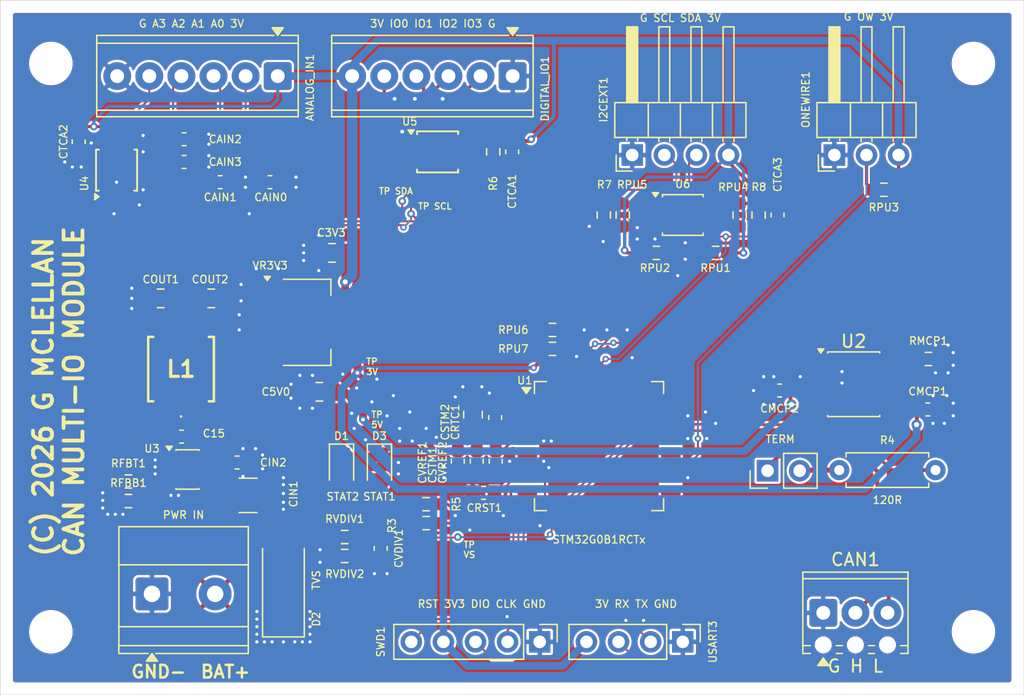
<source format=kicad_pcb>
(kicad_pcb (version 20241229) (generator "pcbnew") (generator_version "9.0")
  (title_block (date "2026-01-11"))
  (layers (0 "F.Cu" signal) (2 "B.Cu" signal) (13 "F.Paste" user) (15 "B.Paste" user) (5 "F.SilkS" user "F.Silkscreen") (7 "B.SilkS" user "B.Silkscreen") (1 "F.Mask" user) (3 "B.Mask" user) (25 "Edge.Cuts" user))
  (net 0 "")
  (net 1 "/STAT2")
  (net 2 "/STAT1")
  (net 5 "GND")
  (net 6 "+3.3V")
  (net 7 "/NRST")
  (net 8 "/SWDIO")
  (net 9 "/SWCLK")
  (net 10 "+5V")
  (net 11 "+12V")
  (net 12 "/CAN1_RX")
  (net 13 "/CAN1_TX")
  (net 14 "/I2C2_SDA")
  (net 19 "Net-(D3-A)")
  (net 21 "/CANH")
  (net 22 "/CANL")
  (net 23 "Net-(U2-STBY)")
  (net 24 "Net-(D1-A)")
  (net 25 "/I2C2_SCL")
  (net 40 "Net-(J2-Pin_2)")
  (net 43 "/ONEW")
  (net 44 "Net-(U3-FB)")
  (net 47 "/SW")
  (net 48 "/CB")
  (net 50 "/SDAOUT")
  (net 51 "/SCLOUT")
  (net 53 "/I2C1_SDA")
  (net 54 "/I2C1_SCL")
  (net 55 "Net-(U5-~{RESET})")
  (net 57 "/TCA_EN")
  (net 58 "/TCA_RDY")
  (net 59 "/AIN1")
  (net 60 "/AIN0")
  (net 61 "/AIN3")
  (net 62 "/AIN2")
  (net 64 "/VDIV")
  (net 65 "Net-(DIGITAL_IO1-Pin_3)")
  (net 66 "Net-(DIGITAL_IO1-Pin_5)")
  (net 67 "Net-(DIGITAL_IO1-Pin_2)")
  (net 68 "Net-(DIGITAL_IO1-Pin_4)")
  (net 78 "/VRTC")
  (net 86 "/USART3_TX")
  (net 87 "/USART3_RX")
  (footprint "Capacitor_SMD:C_0805_2012Metric_Pad1.18x1.45mm_HandSolder" (layer "F.Cu") (at 122.25 106 180)
    (property "Reference" "C5V0")
    (property "Value" "1u" (hide yes))
  )
  (footprint "Package_QFP:LQFP-64_10x10mm_P0.5mm" (layer "F.Cu") (at 144.375 110.3)
    (property "Reference" "U1")
    (property "Value" "STM32G0B1RCTx")
  )
  (footprint "Capacitor_SMD:C_0805_2012Metric_Pad1.18x1.45mm_HandSolder" (layer "F.Cu") (at 134.4 107.8075 90)
    (property "Reference" "CSTM2")
    (property "Value" "4u7" (hide yes))
  )
  (footprint "Capacitor_SMD:C_0603_1608Metric_Pad1.08x0.95mm_HandSolder" (layer "F.Cu") (at 111.5375 86)
    (property "Reference" "CAIN2")
    (property "Value" "100n" (hide yes))
  )
  (footprint "LED_SMD:LED_0805_2012Metric_Pad1.15x1.40mm_HandSolder" (layer "F.Cu") (at 127 112 -90)
    (property "Reference" "D3")
    (property "Value" "STAT1")
  )
  (footprint "Capacitor_SMD:C_0805_2012Metric_Pad1.18x1.45mm_HandSolder" (layer "F.Cu") (at 113.6875 98.6)
    (property "Reference" "COUT2")
    (property "Value" "10u" (hide yes))
  )
  (footprint "Connector_PinHeader_2.54mm:PinHeader_1x03_P2.54mm_Horizontal" (layer "F.Cu") (at 163 87.25 90)
    (property "Reference" "ONEWIRE1")
    (property "Value" "G OW 3V")
  )
  (footprint "Capacitor_SMD:C_0603_1608Metric_Pad1.08x0.95mm_HandSolder" (layer "F.Cu") (at 127.1 118.4 -90)
    (property "Reference" "CVDIV1")
    (property "Value" "100n" (hide yes))
  )
  (footprint "Diode_SMD:D_SMA_Handsoldering" (layer "F.Cu") (at 119.4 120.9 90)
    (property "Reference" "D2")
    (property "Value" "TVS")
  )
  (footprint "Capacitor_SMD:C_1210_3225Metric_Pad1.33x2.70mm_HandSolder" (layer "F.Cu") (at 116.6 114.2)
    (property "Reference" "CIN1")
    (property "Value" "10u" (hide yes))
  )
  (footprint "MountingHole:MountingHole_3.2mm_M3_DIN965" (layer "F.Cu") (at 101 80)
    (property "Reference" "H1" (hide yes))
    (property "Value" "MountingHole" (hide yes))
  )
  (footprint "Capacitor_SMD:C_0603_1608Metric_Pad1.08x0.95mm_HandSolder" (layer "F.Cu") (at 103.2 86.2 -90)
    (property "Reference" "CTCA2")
    (property "Value" "100n" (hide yes))
  )
  (footprint "Connector_PinHeader_2.54mm:PinHeader_1x02_P2.54mm_Vertical" (layer "F.Cu") (at 157.71 112.25 90)
    (property "Reference" "J2" (hide yes))
    (property "Value" "TERM")
  )
  (footprint "Package_SO:TSSOP-10_3x3mm_P0.5mm" (layer "F.Cu") (at 131.6 87)
    (property "Reference" "U5")
    (property "Value" "PCA9537" (hide yes))
  )
  (footprint "Resistor_SMD:R_0603_1608Metric_Pad0.98x0.95mm_HandSolder" (layer "F.Cu") (at 140.6875 102.6 180)
    (property "Reference" "RPU7")
    (property "Value" "10K" (hide yes))
  )
  (footprint "Capacitor_SMD:C_0603_1608Metric_Pad1.08x0.95mm_HandSolder" (layer "F.Cu") (at 134.7 111.5 -90)
    (property "Reference" "CSTM1")
    (property "Value" "100n" (hide yes))
  )
  (footprint "Capacitor_SMD:C_0603_1608Metric_Pad1.08x0.95mm_HandSolder" (layer "F.Cu") (at 111.5375 87.8)
    (property "Reference" "CAIN3")
    (property "Value" "100n" (hide yes))
  )
  (footprint "Capacitor_SMD:C_0603_1608Metric_Pad1.08x0.95mm_HandSolder" (layer "F.Cu") (at 111.35 109.55)
    (property "Reference" "C15")
    (property "Value" "100n" (hide yes))
  )
  (footprint "Resistor_SMD:R_0603_1608Metric_Pad0.98x0.95mm_HandSolder" (layer "F.Cu") (at 136 87 -90)
    (property "Reference" "R6")
    (property "Value" "10K" (hide yes))
  )
  (footprint "TerminalBlock_Phoenix:TerminalBlock_Phoenix_MPT-0,5-3-2.54_1x03_P2.54mm_Horizontal" (layer "F.Cu") (at 162.12 123.5)
    (property "Reference" "CAN1")
    (property "Value" "G H L")
  )
  (footprint "MountingHole:MountingHole_3.2mm_M3_DIN965" (layer "F.Cu") (at 174 80)
    (property "Reference" "H2" (hide yes))
    (property "Value" "MountingHole" (hide yes))
  )
  (footprint "Resistor_SMD:R_0603_1608Metric_Pad0.98x0.95mm_HandSolder" (layer "F.Cu") (at 130.6875 114.9)
    (property "Reference" "R5")
    (property "Value" "1K" (hide yes))
  )
  (footprint "Capacitor_SMD:C_0805_2012Metric_Pad1.18x1.45mm_HandSolder" (layer "F.Cu") (at 123.25 95 180)
    (property "Reference" "C3V3")
    (property "Value" "1u" (hide yes))
  )
  (footprint "Package_TO_SOT_SMD:SOT-223-3_TabPin2" (layer "F.Cu") (at 121.25 100.5)
    (property "Reference" "VR3V3")
    (property "Value" "TLV1117-33" (hide yes))
  )
  (footprint "MountingHole:MountingHole_3.2mm_M3_DIN965" (layer "F.Cu") (at 101 125)
    (property "Reference" "H3" (hide yes))
    (property "Value" "MountingHole" (hide yes))
  )
  (footprint "Capacitor_SMD:C_0603_1608Metric_Pad1.08x0.95mm_HandSolder" (layer "F.Cu") (at 136.2 111.5 -90)
    (property "Reference" "CVREF2")
    (property "Value" "1u" (hide yes))
  )
  (footprint "TerminalBlock_Phoenix:TerminalBlock_Phoenix_MPT-0,5-6-2.54_1x06_P2.54mm_Horizontal" (layer "F.Cu") (at 137.54 81 180)
    (property "Reference" "DIGITAL_IO1")
    (property "Value" "1725698" (hide yes))
  )
  (footprint "Resistor_SMD:R_0603_1608Metric_Pad0.98x0.95mm_HandSolder" (layer "F.Cu") (at 146.25 92 -90)
    (property "Reference" "RPU5")
    (property "Value" "4K7" (hide yes))
  )
  (footprint "Resistor_SMD:R_0603_1608Metric_Pad0.98x0.95mm_HandSolder" (layer "F.Cu") (at 130.7 116.4)
    (property "Reference" "R3")
    (property "Value" "1K" (hide yes))
  )
  (footprint "TerminalBlock_Phoenix:TerminalBlock_Phoenix_MKDS-1,5-2_1x02_P5.00mm_Horizontal" (layer "F.Cu") (at 109 122)
    (property "Reference" "J5" (hide yes))
    (property "Value" "PWR IN")
  )
  (footprint "Capacitor_SMD:C_0603_1608Metric_Pad1.08x0.95mm_HandSolder" (layer "F.Cu") (at 133.2 111.5 -90)
    (property "Reference" "CVREF1")
    (property "Value" "100n" (hide yes))
  )
  (footprint "Resistor_SMD:R_0603_1608Metric_Pad0.98x0.95mm_HandSolder" (layer "F.Cu") (at 107.1375 113.1)
    (property "Reference" "RFBT1")
    (property "Value" "115K" (hide yes))
  )
  (footprint "Capacitor_SMD:C_0603_1608Metric_Pad1.08x0.95mm_HandSolder" (layer "F.Cu") (at 118.3375 89.4)
    (property "Reference" "CAIN0")
    (property "Value" "100n" (hide yes))
  )
  (footprint "Connector_PinHeader_2.54mm:PinHeader_1x04_P2.54mm_Vertical" (layer "F.Cu") (at 151 125.8 -90)
    (property "Reference" "USART3")
    (property "Value" "3V RX TX GND")
  )
  (footprint "Resistor_SMD:R_0603_1608Metric_Pad0.98x0.95mm_HandSolder" (layer "F.Cu") (at 140.6875 101.1 180)
    (property "Reference" "RPU6")
    (property "Value" "10K" (hide yes))
  )
  (footprint "TerminalBlock_Phoenix:TerminalBlock_Phoenix_MPT-0,5-6-2.54_1x06_P2.54mm_Horizontal" (layer "F.Cu") (at 118.95 81 180)
    (property "Reference" "ANALOG_IN1")
    (property "Value" "1725698" (hide yes))
  )
  (footprint "Resistor_SMD:R_0603_1608Metric_Pad0.98x0.95mm_HandSolder" (layer "F.Cu") (at 124.25 117.5)
    (property "Reference" "RVDIV1")
    (property "Value" "4K7" (hide yes))
  )
  (footprint "Resistor_SMD:R_0603_1608Metric_Pad0.98x0.95mm_HandSolder" (layer "F.Cu") (at 148.9125 95 180)
    (property "Reference" "RPU2")
    (property "Value" "10K" (hide yes))
  )
  (footprint "Capacitor_SMD:C_0603_1608Metric_Pad1.08x0.95mm_HandSolder" (layer "F.Cu") (at 158.5 92 -90)
    (property "Reference" "CTCA3")
    (property "Value" "100n" (hide yes))
  )
  (footprint "SamacSys_Parts:SRP5030HMT2R2M" (layer "F.Cu") (at 111.3 104.2)
    (property "Reference" "L1")
    (property "Value" "8.2 uH 55.2 mOhm" (hide yes))
  )
  (footprint "Resistor_SMD:R_0603_1608Metric_Pad0.98x0.95mm_HandSolder" (layer "F.Cu") (at 166.9125 90)
    (property "Reference" "RPU3")
    (property "Value" "4K7" (hide yes))
  )
  (footprint "Package_SO:TSSOP-10_3x3mm_P0.5mm" (layer "F.Cu") (at 106.2 88.45 90)
    (property "Reference" "U4")
    (property "Value" "ADS1015IDGS" (hide yes))
  )
  (footprint "Capacitor_SMD:C_0603_1608Metric_Pad1.08x0.95mm_HandSolder" (layer "F.Cu") (at 114.4 89.4)
    (property "Reference" "CAIN1")
    (property "Value" "100n" (hide yes))
  )
  (footprint "Resistor_SMD:R_0603_1608Metric_Pad0.98x0.95mm_HandSolder" (layer "F.Cu") (at 153.6 95)
    (property "Reference" "RPU1")
    (property "Value" "10K" (hide yes))
  )
  (footprint "Resistor_SMD:R_0603_1608Metric_Pad0.98x0.95mm_HandSolder" (layer "F.Cu") (at 144.75 92 -90)
    (property "Reference" "R7")
    (property "Value" "10K" (hide yes))
  )
  (footprint "Resistor_SMD:R_0603_1608Metric_Pad0.98x0.95mm_HandSolder" (layer "F.Cu") (at 124.25 119 180)
    (property "Reference" "RVDIV2")
    (property "Value" "1K0" (hide yes))
  )
  (footprint "Resistor_SMD:R_0603_1608Metric_Pad0.98x0.95mm_HandSolder" (layer "F.Cu") (at 107.1375 114.65)
    (property "Reference" "RFBB1")
    (property "Value" "22K1" (hide yes))
  )
  (footprint "Capacitor_SMD:C_0603_1608Metric_Pad1.08x0.95mm_HandSolder" (layer "F.Cu") (at 158.6625 105.9 180)
    (property "Reference" "CMCP2")
    (property "Value" "100n" (hide yes))
  )
  (footprint "Resistor_THT:R_Axial_DIN0207_L6.3mm_D2.5mm_P7.62mm_Horizontal" (layer "F.Cu") (at 163.38 112.2)
    (property "Reference" "R4")
    (property "Value" "120R")
  )
  (footprint "Package_SO:MSOP-8_3x3mm_P0.65mm" (layer "F.Cu") (at 151 92)
    (property "Reference" "U6")
    (property "Value" "PI6ULS5V9511AUEX" (hide yes))
  )
  (footprint "MountingHole:MountingHole_3.2mm_M3_DIN965" (layer "F.Cu") (at 174 125)
    (property "Reference" "H4" (hide yes))
    (property "Value" "MountingHole" (hide yes))
  )
  (footprint "Capacitor_SMD:C_0603_1608Metric_Pad1.08x0.95mm_HandSolder" (layer "F.Cu") (at 135.2375 114 180)
    (property "Reference" "CRST1")
    (property "Value" "100n" (hide yes))
  )
  (footprint "Connector_PinHeader_2.54mm:PinHeader_1x05_P2.54mm_Vertical" (layer "F.Cu") (at 139.68 125.8 -90)
    (property "Reference" "SWD1")
    (property "Value" "RST 3V3 DIO CLK GND")
  )
  (footprint "Capacitor_SMD:C_0805_2012Metric_Pad1.18x1.45mm_HandSolder" (layer "F.Cu") (at 109.6875 98.6 180)
    (property "Reference" "COUT1")
    (property "Value" "10u" (hide yes))
  )
  (footprint "Resistor_SMD:R_0603_1608Metric_Pad0.98x0.95mm_HandSolder" (layer "F.Cu") (at 170.4375 103.4)
    (property "Reference" "RMCP1")
    (property "Value" "10K" (hide yes))
  )
  (footprint "Capacitor_SMD:C_0603_1608Metric_Pad1.08x0.95mm_HandSolder" (layer "F.Cu") (at 170.3875 107.4)
    (property "Reference" "CMCP1")
    (property "Value" "100n" (hide yes))
  )
  (footprint "Capacitor_SMD:C_0603_1608Metric_Pad1.08x0.95mm_HandSolder" (layer "F.Cu") (at 115.7375 111.6)
    (property "Reference" "CIN2")
    (property "Value" "100n" (hide yes))
  )
  (footprint "Resistor_SMD:R_0603_1608Metric_Pad0.98x0.95mm_HandSolder" (layer "F.Cu") (at 157 92 -90)
    (property "Reference" "R8")
    (property "Value" "10K" (hide yes))
  )
  (footprint "Capacitor_SMD:C_0603_1608Metric_Pad1.08x0.95mm_HandSolder" (layer "F.Cu") (at 137.5 87 -90)
    (property "Reference" "CTCA1")
    (property "Value" "100n" (hide yes))
  )
  (footprint "Package_TO_SOT_SMD:SOT-23-6" (layer "F.Cu") (at 111.8125 112.15)
    (property "Reference" "U3")
    (property "Value" "LMR54410" (hide yes))
  )
  (footprint "Package_SO:SOIC-8_3.9x4.9mm_P1.27mm" (layer "F.Cu") (at 164.525 105.4)
    (property "Reference" "U2")
    (property "Value" "MCP2562-E-SN" (hide yes))
  )
  (footprint "LED_SMD:LED_0805_2012Metric_Pad1.15x1.40mm_HandSolder" (layer "F.Cu") (at 124 112 -90)
    (property "Reference" "D1")
    (property "Value" "STAT2")
  )
  (footprint "Resistor_SMD:R_0603_1608Metric_Pad0.98x0.95mm_HandSolder" (layer "F.Cu") (at 155.5 92 90)
    (property "Reference" "RPU4")
    (property "Value" "4K7" (hide yes))
  )
  (footprint "Connector_PinHeader_2.54mm:PinHeader_1x04_P2.54mm_Horizontal" (layer "F.Cu") (at 147 87.25 90)
    (property "Reference" "I2CEXT1")
    (property "Value" "G SCL SDA 3V")
  )
  (footprint "Capacitor_SMD:C_0603_1608Metric_Pad1.08x0.95mm_HandSolder" (layer "F.Cu") (at 136.1575 108.0375 90)
    (property "Reference" "CRTC1")
    (property "Value" "100n" (hide yes))
  )
  (gr_rect (start 97 75) (end 178 130) (stroke (width 0.05)) (fill no) (layer "Edge.Cuts"))
  (gr_text "TP SCL" (at 130 91.6 0) (layer "F.SilkS") (effects (font (size 0.5 0.5) (thickness 0.1) (bold yes)) (justify left bottom)))
  (gr_text "TP SDA" (at 126.9 90.4 0) (layer "F.SilkS") (effects (font (size 0.5 0.5) (thickness 0.1) (bold yes)) (justify left bottom)))
  (gr_text "G A3 A2 A1 A0 3V" (at 107.9 77.2 0) (layer "F.SilkS") (effects (font (size 0.6 0.6) (thickness 0.1) (bold yes)) (justify left bottom)))
  (gr_text "(C) 2026 G MCLELLAN\nCAN MULTI-IO MODULE" (at 103.7 119.2 90) (layer "F.SilkS") (effects (font (size 1.5 1.5) (thickness 0.3) (bold yes)) (justify left bottom)))
  (gr_text "TP \n3V" (at 125.9 104.7 0) (layer "F.SilkS") (effects (font (size 0.5 0.5) (thickness 0.1) (bold yes)) (justify left bottom)))
  (gr_text "GND-" (at 107.25 128.75 0) (layer "F.SilkS") (effects (font (size 1 1) (thickness 0.2) (bold yes)) (justify left bottom)))
  (gr_text "BAT+" (at 112.75 128.75 0) (layer "F.SilkS") (effects (font (size 1 1) (thickness 0.2) (bold yes)) (justify left bottom)))
  (gr_text "TP\n5V" (at 126.3 108.9 0) (layer "F.SilkS") (effects (font (size 0.5 0.5) (thickness 0.1) (bold yes)) (justify left bottom)))
  (gr_text "3V IO0 IO1 IO2 IO3 G" (at 126.2 77.2 0) (layer "F.SilkS") (effects (font (size 0.6 0.6) (thickness 0.1) (bold yes)) (justify left bottom)))
  (gr_text "TP\nVS" (at 133.6 119.2 0) (layer "F.SilkS") (effects (font (size 0.5 0.5) (thickness 0.1) (bold yes)) (justify left bottom)))
  (segment (start 137.1 116.4) (end 131.6125 116.4) (width 0.2) (layer "F.Cu") (net 1))
  (segment (start 138.7 114.05) (end 138.3 114.45) (width 0.2) (layer "F.Cu") (net 1))
  (segment (start 138.3 114.45) (end 138.3 115.2) (width 0.2) (layer "F.Cu") (net 1))
  (segment (start 138.3 115.2) (end 137.1 116.4) (width 0.2) (layer "F.Cu") (net 1))
  (segment (start 137.4 113.8) (end 137.4 114.8) (width 0.2) (layer "F.Cu") (net 2))
  (segment (start 137.4 114.8) (end 137 115.2) (width 0.2) (layer "F.Cu") (net 2))
  (segment (start 132.4 114.9) (end 131.6 114.9) (width 0.2) (layer "F.Cu") (net 2))
  (segment (start 137 115.2) (end 132.7 115.2) (width 0.2) (layer "F.Cu") (net 2))
  (segment (start 137.65 113.55) (end 137.4 113.8) (width 0.2) (layer "F.Cu") (net 2))
  (segment (start 132.7 115.2) (end 132.4 114.9) (width 0.2) (layer "F.Cu") (net 2))
  (segment (start 138.7 113.55) (end 137.65 113.55) (width 0.2) (layer "F.Cu") (net 2))
  (via (at 117.9 125.8) (size 0.508) (drill 0.254) (layers "F.Cu" "B.Cu") (net 5))
  (via (at 127.6 120.4) (size 0.508) (drill 0.254) (layers "F.Cu" "B.Cu") (net 5))
  (via (at 120.4 89.8) (size 0.508) (drill 0.254) (layers "F.Cu" "B.Cu") (net 5))
  (via (at 125.9 109.8) (size 0.508) (drill 0.254) (layers "F.Cu" "B.Cu") (net 5))
  (via (at 144.7 94.1) (size 0.508) (drill 0.254) (layers "F.Cu" "B.Cu") (net 5))
  (via (at 163.6 104.4) (size 0.508) (drill 0.254) (layers "F.Cu" "B.Cu") (net 5))
  (via (at 140.4 112) (size 0.508) (drill 0.254) (layers "F.Cu" "B.Cu") (net 5))
  (via (at 132.1 111.9) (size 0.508) (drill 0.254) (layers "F.Cu" "B.Cu") (net 5))
  (via (at 172 104.5) (size 0.508) (drill 0.254) (layers "F.Cu" "B.Cu") (net 5))
  (via (at 152.8 107.6) (size 0.508) (drill 0.254) (layers "F.Cu" "B.Cu") (net 5))
  (via (at 129.4 107.6) (size 0.508) (drill 0.254) (layers "F.Cu" "B.Cu") (net 5))
  (via (at 108 91.2) (size 0.508) (drill 0.254) (layers "F.Cu" "B.Cu") (net 5))
  (via (at 116.2 110.5) (size 0.508) (drill 0.254) (layers "F.Cu" "B.Cu") (net 5))
  (via (at 121.5 125.8) (size 0.508) (drill 0.254) (layers "F.Cu" "B.Cu") (net 5))
  (via (at 116.05 98.8) (size 0.508) (drill 0.254) (layers "F.Cu" "B.Cu") (net 5))
  (via (at 113.5 88.2) (size 0.508) (drill 0.254) (layers "F.Cu" "B.Cu") (net 5))
  (via (at 151.2 95.5) (size 0.508) (drill 0.254) (layers "F.Cu" "B.Cu") (net 5))
  (via (at 130.7 108.9) (size 0.508) (drill 0.254) (layers "F.Cu" "B.Cu") (net 5))
  (via (at 171.9 106.3) (size 0.508) (drill 0.254) (layers "F.Cu" "B.Cu") (net 5))
  (via (at 107.4 98.6) (size 0.508) (drill 0.254) (layers "F.Cu" "B.Cu") (net 5))
  (via (at 151.4 107.9) (size 0.508) (drill 0.254) (layers "F.Cu" "B.Cu") (net 5))
  (via (at 170.8 108.5) (size 0.508) (drill 0.254) (layers "F.Cu" "B.Cu") (net 5))
  (via (at 146.6 101.1) (size 0.508) (drill 0.254) (layers "F.Cu" "B.Cu") (net 5))
  (via (at 133.6 105.6) (size 0.508) (drill 0.254) (layers "F.Cu" "B.Cu") (net 5))
  (via (at 133 106.4) (size 0.508) (drill 0.254) (layers "F.Cu" "B.Cu") (net 5))
  (via (at 121.5 123.4) (size 0.508) (drill 0.254) (layers "F.Cu" "B.Cu") (net 5))
  (via (at 122.3 118.5) (size 0.508) (drill 0.254) (layers "F.Cu" "B.Cu") (net 5))
  (via (at 106 91.9) (size 0.508) (drill 0.254) (layers "F.Cu" "B.Cu") (net 5))
  (via (at 106.1 115.7) (size 0.508) (drill 0.254) (layers "F.Cu" "B.Cu") (net 5))
  (via (at 160.3 104.8) (size 0.508) (drill 0.254) (layers "F.Cu" "B.Cu") (net 5))
  (via (at 121.5 124.6) (size 0.508) (drill 0.254) (layers "F.Cu" "B.Cu") (net 5))
  (via (at 110.5 114.2) (size 0.508) (drill 0.254) (layers "F.Cu" "B.Cu") (net 5))
  (via (at 116.7 91.9) (size 0.508) (drill 0.254) (layers "F.Cu" "B.Cu") (net 5))
  (via (at 163.6 105.3) (size 0.508) (drill 0.254) (layers "F.Cu" "B.Cu") (net 5))
  (via (at 119.4 125.8) (size 0.508) (drill 0.254) (layers "F.Cu" "B.Cu") (net 5))
  (via (at 109.25 111.4) (size 0.508) (drill 0.254) (layers "F.Cu" "B.Cu") (net 5))
  (via (at 172 102.3) (size 0.508) (drill 0.254) (layers "F.Cu" "B.Cu") (net 5))
  (via (at 120.9 125.8) (size 0.508) (drill 0.254) (layers "F.Cu" "B.Cu") (net 5))
  (via (at 150.6 96.8) (size 0.508) (drill 0.254) (layers "F.Cu" "B.Cu") (net 5))
  (via (at 147 103.3) (size 0.508) (drill 0.254) (layers "F.Cu" "B.Cu") (net 5))
  (via (at 105.1 115.2) (size 0.508) (drill 0.254) (layers "F.Cu" "B.Cu") (net 5))
  (via (at 129.8 82.8) (size 0.6) (drill 0.3) (layers "F.Cu" "B.Cu") (net 5))
  (via (at 172.4 107.9) (size 0.508) (drill 0.254) (layers "F.Cu" "B.Cu") (net 5))
  (via (at 128.6 109.9) (size 0.508) (drill 0.254) (layers "F.Cu" "B.Cu") (net 5))
  (via (at 104.2 86.3) (size 0.508) (drill 0.254) (layers "F.Cu" "B.Cu") (net 5))
  (via (at 117.75 111) (size 0.508) (drill 0.254) (layers "F.Cu" "B.Cu") (net 5))
  (via (at 116.2 112.7) (size 0.508) (drill 0.254) (layers "F.Cu" "B.Cu") (net 5))
  (via (at 137.1 123.8) (size 0.508) (drill 0.254) (layers "F.Cu" "B.Cu") (net 5))
  (via (at 120.3 125.8) (size 0.508) (drill 0.254) (layers "F.Cu" "B.Cu") (net 5))
  (via (at 137.3 111.5) (size 0.508) (drill 0.254) (layers "F.Cu" "B.Cu") (net 5))
  (via (at 116.05 97.5) (size 0.508) (drill 0.254) (layers "F.Cu" "B.Cu") (net 5))
  (via (at 120.4 89) (size 0.508) (drill 0.254) (layers "F.Cu" "B.Cu") (net 5))
  (via (at 124.1 104.6) (size 0.508) (drill 0.254) (layers "F.Cu" "B.Cu") (net 5))
  (via (at 170.8 106.3) (size 0.508) (drill 0.254) (layers "F.Cu" "B.Cu") (net 5))
  (via (at 119.4 112.8) (size 0.508) (drill 0.254) (layers "F.Cu" "B.Cu") (net 5))
  (via (at 113.5 85.6) (size 0.508) (drill 0.254) (layers "F.Cu" "B.Cu") (net 5))
  (via (at 135.7 106.1) (size 0.508) (drill 0.254) (layers "F.Cu" "B.Cu") (net 5))
  (via (at 116.4 89.8) (size 0.508) (drill 0.254) (layers "F.Cu" "B.Cu") (net 5))
  (via (at 148.8 93.9) (size 0.508) (drill 0.254) (layers "F.Cu" "B.Cu") (net 5))
  (via (at 147.4 93) (size 0.508) (drill 0.254) (layers "F.Cu" "B.Cu") (net 5))
  (via (at 135.1 105.6) (size 0.508) (drill 0.254) (layers "F.Cu" "B.Cu") (net 5))
  (via (at 171 102.3) (size 0.508) (drill 0.254) (layers "F.Cu" "B.Cu") (net 5))
  (via (at 156.6 105.9) (size 0.508) (drill 0.254) (layers "F.Cu" "B.Cu") (net 5))
  (via (at 131.5 109.6) (size 0.508) (drill 0.254) (layers "F.Cu" "B.Cu") (net 5))
  (via (at 117.2 110.5) (size 0.508) (drill 0.254) (layers "F.Cu" "B.Cu") (net 5))
  (via (at 109.25 112.5) (size 0.508) (drill 0.254) (layers "F.Cu" "B.Cu") (net 5))
  (via (at 128.1 106.3) (size 0.508) (drill 0.254) (layers "F.Cu" "B.Cu") (net 5))
  (via (at 153.6 108.5) (size 0.508) (drill 0.254) (layers "F.Cu" "B.Cu") (net 5))
  (via (at 103.4 88.2) (size 0.508) (drill 0.254) (layers "F.Cu" "B.Cu") (net 5))
  (via (at 136.8 115.8) (size 0.508) (drill 0.254) (layers "F.Cu" "B.Cu") (net 5))
  (via (at 113.5 86.4) (size 0.508) (drill 0.254) (layers "F.Cu" "B.Cu") (net 5))
  (via (at 119.4 115.3) (size 0.508) (drill 0.254) (layers "F.Cu" "B.Cu") (net 5))
  (via (at 122.3 119.5) (size 0.508) (drill 0.254) (layers "F.Cu" "B.Cu") (net 5))
  (via (at 143.2 101.1) (size 0.508) (drill 0.254) (layers "F.Cu" "B.Cu") (net 5))
  (via (at 126.4 106.8) (size 0.508) (drill 0.254) (layers "F.Cu" "B.Cu") (net 5))
  (via (at 121.7 107.3) (size 0.508) (drill 0.254) (layers "F.Cu" "B.Cu") (net 5))
  (via (at 119.4 114.75) (size 0.508) (drill 0.254) (layers "F.Cu" "B.Cu") (net 5))
  (via (at 115.9 99.9) (size 0.508) (drill 0.254) (layers "F.Cu" "B.Cu") (net 5))
  (via (at 121 94.4) (size 0.508) (drill 0.254) (layers "F.Cu" "B.Cu") (net 5))
  (via (at 118.5 125.8) (size 0.508) (drill 0.254) (layers "F.Cu" "B.Cu") (net 5))
  (via (at 127.6 107.9) (size 0.508) (drill 0.254) (layers "F.Cu" "B.Cu") (net 5))
  (via (at 107.4 99.4) (size 0.508) (drill 0.254) (layers "F.Cu" "B.Cu") (net 5))
  (via (at 105.1 114) (size 0.508) (drill 0.254) (layers "F.Cu" "B.Cu") (net 5))
  (via (at 132.1 112.8) (size 0.508) (drill 0.254) (layers "F.Cu" "B.Cu") (net 5))
  (via (at 113.5 87.3) (size 0.508) (drill 0.254) (layers "F.Cu" "B.Cu") (net 5))
  (via (at 109.25 111.95) (size 0.508) (drill 0.254) (layers "F.Cu" "B.Cu") (net 5))
  (via (at 147.4 93.9) (size 0.508) (drill 0.254) (layers "F.Cu" "B.Cu") (net 5))
  (via (at 172.4 103.9) (size 0.508) (drill 0.254) (layers "F.Cu" "B.Cu") (net 5))
  (via (at 117.75 112.1) (size 0.508) (drill 0.254) (layers "F.Cu" "B.Cu") (net 5))
  (via (at 146.5 124.1) (size 0.508) (drill 0.254) (layers "F.Cu" "B.Cu") (net 5))
  (via (at 151.2 94.2) (size 0.508) (drill 0.254) (layers "F.Cu" "B.Cu") (net 5))
  (via (at 171 104.5) (size 0.508) (drill 0.254) (layers "F.Cu" "B.Cu") (net 5))
  (via (at 172.4 102.9) (size 0.508) (drill 0.254) (layers "F.Cu" "B.Cu") (net 5))
  (via (at 105.1 114.6) (size 0.508) (drill 0.254) (layers "F.Cu" "B.Cu") (net 5))
  (via (at 158.2 107) (size 0.508) (drill 0.254) (layers "F.Cu" "B.Cu") (net 5))
  (via (at 128.6 108.9) (size 0.508) (drill 0.254) (layers "F.Cu" "B.Cu") (net 5))
  (via (at 128.5 111.6) (size 0.508) (drill 0.254) (layers "F.Cu" "B.Cu") (net 5))
  (via (at 117.3 124.6) (size 0.508) (drill 0.254) (layers "F.Cu" "B.Cu") (net 5))
  (via (at 147.9 124.1) (size 0.508) (drill 0.254) (layers "F.Cu" "B.Cu") (net 5))
  (via (at 132 82.8) (size 0.6) (drill 0.3) (layers "F.Cu" "B.Cu") (net 5))
  (via (at 121.7 104.7) (size 0.508) (drill 0.254) (layers "F.Cu" "B.Cu") (net 5))
  (via (at 120.7 107.3) (size 0.508) (drill 0.254) (layers "F.Cu" "B.Cu") (net 5))
  (via (at 116.4 89) (size 0.508) (drill 0.254) (layers "F.Cu" "B.Cu") (net 5))
  (via (at 121 95) (size 0.508) (drill 0.254) (layers "F.Cu" "B.Cu") (net 5))
  (via (at 143.6 92.9) (size 0.508) (drill 0.254) (layers "F.Cu" "B.Cu") (net 5))
  (via (at 129.6 109.9) (size 0.508) (drill 0.254) (layers "F.Cu" "B.Cu") (net 5))
  (via (at 102.1 87.8) (size 0.508) (drill 0.254) (layers "F.Cu" "B.Cu") (net 5))
  (via (at 126.6 120.4) (size 0.508) (drill 0.254) (layers "F.Cu" "B.Cu") (net 5))
  (via (at 125.2 105.7) (size 0.508) (drill 0.254) (layers "F.Cu" "B.Cu") (net 5))
  (via (at 158.2 104.8) (size 0.508) (drill 0.254) (layers "F.Cu" "B.Cu") (net 5))
  (via (at 151.4 112.8) (size 0.508) (drill 0.254) (layers "F.Cu" "B.Cu") (net 5))
  (via (at 157.4 104.8) (size 0.508) (drill 0.254) (layers "F.Cu" "B.Cu") (net 5))
  (via (at 117.3 123.4) (size 0.508) (drill 0.254) (layers "F.Cu" "B.Cu") (net 5))
  (via (at 142.6 103.2) (size 0.508) (drill 0.254) (layers "F.Cu" "B.Cu") (net 5))
  (via (at 140 111.5) (size 0.508) (drill 0.254) (layers "F.Cu" "B.Cu") (net 5))
  (via (at 121.5 124) (size 0.508) (drill 0.254) (layers "F.Cu" "B.Cu") (net 5))
  (via (at 145 101.1) (size 0.508) (drill 0.254) (layers "F.Cu" "B.Cu") (net 5))
  (via (at 140 109.9) (size 0.508) (drill 0.254) (layers "F.Cu" "B.Cu") (net 5))
  (via (at 120 105.4) (size 0.508) (drill 0.254) (layers "F.Cu" "B.Cu") (net 5))
  (via (at 172.4 106.9) (size 0.508) (drill 0.254) (layers "F.Cu" "B.Cu") (net 5))
  (via (at 139.7 116.6) (size 0.508) (drill 0.254) (layers "F.Cu" "B.Cu") (net 5))
  (via (at 128.5 112.5) (size 0.508) (drill 0.254) (layers "F.Cu" "B.Cu") (net 5))
  (via (at 108.3 87) (size 0.508) (drill 0.254) (layers "F.Cu" "B.Cu") (net 5))
  (via (at 117.3 124) (size 0.508) (drill 0.254) (layers "F.Cu" "B.Cu") (net 5))
  (via (at 133 115.8) (size 0.508) (drill 0.254) (layers "F.Cu" "B.Cu") (net 5))
  (via (at 121.5 125.2) (size 0.508) (drill 0.254) (layers "F.Cu" "B.Cu") (net 5))
  (via (at 122.2 93.6) (size 0.508) (drill 0.254) (layers "F.Cu" "B.Cu") (net 5))
  (via (at 124.8 107.7) (size 0.508) (drill 0.254) (layers "F.Cu" "B.Cu") (net 5))
  (via (at 115.9 101.1) (size 0.508) (drill 0.254) (layers "F.Cu" "B.Cu") (net 5))
  (via (at 117.3 125.2) (size 0.508) (drill 0.254) (layers "F.Cu" "B.Cu") (net 5))
  (via (at 107.4 97.8) (size 0.508) (drill 0.254) (layers "F.Cu" "B.Cu") (net 5))
  (via (at 117.3 125.8) (size 0.508) (drill 0.254) (layers "F.Cu" "B.Cu") (net 5))
  (via (at 120.7 104.7) (size 0.508) (drill 0.254) (layers "F.Cu" "B.Cu") (net 5))
  (via (at 126.8 105) (size 0.508) (drill 0.254) (layers "F.Cu" "B.Cu") (net 5))
  (via (at 106.7 115.7) (size 0.508) (drill 0.254) (layers "F.Cu" "B.Cu") (net 5))
  (via (at 120 106.5) (size 0.508) (drill 0.254) (layers "F.Cu" "B.Cu") (net 5))
  (via (at 119.4 113.35) (size 0.508) (drill 0.254) (layers "F.Cu" "B.Cu") (net 5))
  (via (at 152.9 109.7) (size 0.508) (drill 0.254) (layers "F.Cu" "B.Cu") (net 5))
  (via (at 119 96.25) (size 0.508) (drill 0.254) (layers "F.Cu" "B.Cu") (net 5))
  (via (at 111.1 114.2) (size 0.508) (drill 0.254) (layers "F.Cu" "B.Cu") (net 5))
  (via (at 151.4 109.7) (size 0.508) (drill 0.254) (layers "F.Cu" "B.Cu") (net 5))
  (via (at 128.8 85.4) (size 0.6) (drill 0.3) (layers "F.Cu" "B.Cu") (net 5))
  (via (at 140.6 109.9) (size 0.508) (drill 0.254) (layers "F.Cu" "B.Cu") (net 5))
  (via (at 122.2 96.4) (size 0.508) (drill 0.254) (layers "F.Cu" "B.Cu") (net 5))
  (via (at 157.4 107) (size 0.508) (drill 0.254) (layers "F.Cu" "B.Cu") (net 5))
  (via (at 108.3 85.7) (size 0.508) (drill 0.254) (layers "F.Cu" "B.Cu") (net 5))
  (via (at 134.149916 116.94671) (size 0.508) (drill 0.254) (layers "F.Cu" "B.Cu") (net 5))
  (via (at 108.3 90) (size 0.508) (drill 0.254) (layers "F.Cu" "B.Cu") (net 5))
  (via (at 171.7 108.5) (size 0.508) (drill 0.254) (layers "F.Cu" "B.Cu") (net 5))
  (via (at 121 95.6) (size 0.508) (drill 0.254) (layers "F.Cu" "B.Cu") (net 5))
  (via (at 125 108.9) (size 0.508) (drill 0.254) (layers "F.Cu" "B.Cu") (net 5))
  (via (at 117.25 96.25) (size 0.508) (drill 0.254) (layers "F.Cu" "B.Cu") (net 5))
  (via (at 119.4 114.05) (size 0.508) (drill 0.254) (layers "F.Cu" "B.Cu") (net 5))
  (via (at 128.2 82.8) (size 0.6) (drill 0.3) (layers "F.Cu" "B.Cu") (net 5))
  (via (at 106.2 89.4) (size 0.508) (drill 0.254) (layers "F.Cu" "B.Cu") (net 5))
  (via (at 102.7 88.2) (size 0.508) (drill 0.254) (layers "F.Cu" "B.Cu") (net 5))
  (via (at 105.5 115.7) (size 0.508) (drill 0.254) (layers "F.Cu" "B.Cu") (net 5))
  (segment (start 135.4125 86) (end 135.5 86.0875) (width 0.254) (layer "F.Cu") (net 6))
  (segment (start 157 90.2) (end 154.62 87.82) (width 0.254) (layer "F.Cu") (net 6))
  (segment (start 137 86.1375) (end 135.55 86.1375) (width 0.305) (layer "F.Cu") (net 6))
  (segment (start 146.6 95) (end 146.4 94.8) (width 0.254) (layer "F.Cu") (net 6))
  (segment (start 155.5 91.0875) (end 157 91.0875) (width 0.254) (layer "F.Cu") (net 6))
  (segment (start 135.55 86.1375) (end 135.5 86.0875) (width 0.305) (layer "F.Cu") (net 6))
  (segment (start 137.325 110.075) (end 136.7625 110.6375) (width 0.2) (layer "F.Cu") (net 6))
  (segment (start 154.5125 95) (end 155.8 95) (width 0.254) (layer "F.Cu") (net 6))
  (segment (start 134.7 109.145) (end 134.4 108.845) (width 0.406) (layer "F.Cu") (net 6))
  (segment (start 138.575 109.575) (end 137.375 109.575) (width 0.2) (layer "F.Cu") (net 6))
  (segment (start 136.1575 110.595) (end 136.2 110.6375) (width 0.305) (layer "F.Cu") (net 6))
  (segment (start 106.2 86.3) (end 106.2 85.496) (width 0.254) (layer "F.Cu") (net 6))
  (segment (start 136.2 108.9425) (end 136.1575 108.9) (width 0.406) (layer "F.Cu") (net 6))
  (segment (start 137.5 86.1375) (end 138.8625 86.1375) (width 0.305) (layer "F.Cu") (net 6))
  (segment (start 167 107.305) (end 169.43 107.305) (width 0.305) (layer "F.Cu") (net 6))
  (segment (start 169.525 107.4) (end 169.525 108.575) (width 0.305) (layer "F.Cu") (net 6))
  (segment (start 106.2 85.496) (end 105.704 85) (width 0.254) (layer "F.Cu") (net 6))
  (segment (start 168.08 87.25) (end 168.08 89.745) (width 0.254) (layer "F.Cu") (net 6))
  (segment (start 133.75 86) (end 135.4125 86) (width 0.254) (layer "F.Cu") (net 6))
  (segment (start 138.8625 86.1375) (end 139 86) (width 0.305) (layer "F.Cu") (net 6))
  (segment (start 139.8 103.5) (end 139.8 102.625) (width 0.305) (layer "F.Cu") (net 6))
  (segment (start 131.3875 110.6375) (end 125.25 104.5) (width 0.406) (layer "F.Cu") (net 6))
  (segment (start 136.2 110.6375) (end 136.2 108.9425) (width 0.406) (layer "F.Cu") (net 6))
  (segment (start 136.7625 110.6375) (end 136.2 110.6375) (width 0.2) (layer "F.Cu") (net 6))
  (segment (start 104.4 85) (end 103.5375 85) (width 0.254) (layer "F.Cu") (net 6))
  (segment (start 148 95) (end 146.6 95) (width 0.254) (layer "F.Cu") (net 6))
  (segment (start 153.1125 91.025) (end 155.1875 91.025) (width 0.305) (layer "F.Cu") (net 6))
  (segment (start 124.2875 95) (end 124.2875 97.3) (width 0.61) (layer "F.Cu") (net 6))
  (segment (start 133.2 110.6375) (end 131.3875 110.6375) (width 0.406) (layer "F.Cu") (net 6))
  (segment (start 139.8 102.625) (end 139.775 102.6) (width 0.305) (layer "F.Cu") (net 6))
  (segment (start 124.75 103) (end 124.75 100.85) (width 0.61) (layer "F.Cu") (net 6))
  (segment (start 146.4 94.8) (end 146.4 93.0625) (width 0.254) (layer "F.Cu") (net 6))
  (segment (start 125.25 103.5) (end 125.25 104.5) (width 0.61) (layer "F.Cu") (net 6))
  (segment (start 169.525 108.575) (end 169.5 108.6) (width 0.305) (layer "F.Cu") (net 6))
  (segment (start 124.2875 97.3) (end 124.2875 100.3875) (width 0.61) (layer "F.Cu") (net 6))
  (segment (start 139.2 104.1) (end 139.8 103.5) (width 0.305) (layer "F.Cu") (net 6))
  (segment (start 134.7 110.6375) (end 134.7 109.145) (width 0.406) (layer "F.Cu") (net 6))
  (segment (start 105.704 85) (end 104.4 85) (width 0.254) (layer "F.Cu") (net 6))
  (segment (start 134.4 108.845) (end 136.1025 108.845) (width 0.406) (layer "F.Cu") (net 6))
  (segment (start 138.575 110.075) (end 137.325 110.075) (width 0.2) (layer "F.Cu") (net 6))
  (segment (start 136.1025 108.845) (end 136.1575 108.9) (width 0.406) (layer "F.Cu") (net 6))
  (segment (start 133.2 110.6375) (end 134.7 110.6375) (width 0.406) (layer "F.Cu") (net 6))
  (segment (start 137.375 109.575) (end 136.7 108.9) (width 0.2) (layer "F.Cu") (net 6))
  (segment (start 139.775 102.6) (end 139.775 101.1) (width 0.305) (layer "F.Cu") (net 6))
  (segment (start 118.1 100.5) (end 124.4 100.5) (width 0.61) (layer "F.Cu") (net 6))
  (segment (start 157 91.0875) (end 157 90.2) (width 0.254) (layer "F.Cu") (net 6))
  (segment (start 125.25 103.5) (end 124.75 103) (width 0.61) (layer "F.Cu") (net 6))
  (segment (start 134.7 110.6375) (end 136.2 110.6375) (width 0.406) (layer "F.Cu") (net 6))
  (segment (start 158.5 91.1375) (end 157.05 91.1375) (width 0.254) (layer "F.Cu") (net 6))
  (segment (start 136.7 108.9) (end 136.1575 108.9) (width 0.2) (layer "F.Cu") (net 6))
  (via (at 104.4 85) (size 0.6) (drill 0.3) (layers "F.Cu" "B.Cu") (net 6))
  (via (at 146.4 94.8) (size 0.6) (drill 0.3) (layers "F.Cu" "B.Cu") (net 6))
  (via (at 155.8 95) (size 0.6) (drill 0.3) (layers "F.Cu" "B.Cu") (net 6))
  (via (at 125.25 104.5) (size 0.6) (drill 0.3) (layers "F.Cu" "B.Cu") (net 6))
  (via (at 124.2875 97.3) (size 0.8) (drill 0.4) (layers "F.Cu" "B.Cu") (net 6))
  (via (at 139.2 104.1) (size 0.508) (drill 0.254) (layers "F.Cu" "B.Cu") (net 6))
  (via (at 139 86) (size 0.6) (drill 0.3) (layers "F.Cu" "B.Cu") (net 6))
  (via (at 169.5 108.6) (size 0.8) (drill 0.4) (layers "F.Cu" "B.Cu") (net 6))
  (segment (start 125.65 104.1) (end 139.2 104.1) (width 0.305) (layer "B.Cu") (net 6))
  (segment (start 152.87 89) (end 154.62 87.25) (width 0.254) (layer "B.Cu") (net 6))
  (segment (start 155.8 95) (end 155.8 88.43) (width 0.254) (layer "B.Cu") (net 6))
  (segment (start 143.38 125.8) (end 141.48 127.7) (width 0.61) (layer "B.Cu") (net 6))
  (segment (start 154.4 78.2) (end 164.4 78.2) (width 0.61) (layer "B.Cu") (net 6))
  (segment (start 132.4 113.7) (end 131.9 113.7) (width 0.61) (layer "B.Cu") (net 6))
  (segment (start 132.06 125.8) (end 132.06 113.86) (width 0.61) (layer "B.Cu") (net 6))
  (segment (start 154.62 78.42) (end 154.4 78.2) (width 0.61) (layer "B.Cu") (net 6))
  (segment (start 124.84 80.16) (end 126.8 78.2) (width 0.61) (layer "B.Cu") (net 6))
  (segment (start 141.48 127.7) (end 133.96 127.7) (width 0.61) (layer "B.Cu") (net 6))
  (segment (start 118.95 82.85) (end 118.95 81) (width 0.254) (layer "B.Cu") (net 6))
  (segment (start 125.25 104.5) (end 125.65 104.1) (width 0.305) (layer "B.Cu") (net 6))
  (segment (start 169.5 109.6) (end 169.5 108.6) (width 0.61) (layer "B.Cu") (net 6))
  (segment (start 126.8 78.2) (end 140.8 78.2) (width 0.61) (layer "B.Cu") (net 6))
  (segment (start 154.62 87.25) (end 155.8 88.43) (width 0.254) (layer "B.Cu") (net 6))
  (segment (start 118.4 83.4) (end 118.95 82.85) (width 0.254) (layer "B.Cu") (net 6))
  (segment (start 124.2875 97.3) (end 124.54375 97.04375) (width 0.8128) (layer "B.Cu") (net 6))
  (segment (start 146.4 90.8) (end 148.2 89) (width 0.254) (layer "B.Cu") (net 6))
  (segment (start 136.1 113.7) (end 132.4 113.7) (width 0.61) (layer "B.Cu") (net 6))
  (segment (start 133.96 127.7) (end 132.06 125.8) (width 0.61) (layer "B.Cu") (net 6))
  (segment (start 140.8 78.2) (end 154.4 78.2) (width 0.61) (layer "B.Cu") (net 6))
  (segment (start 132.4 113.7) (end 132.38 113.72) (width 0.305) (layer "B.Cu") (net 6))
  (segment (start 124 109.25) (end 124 105.75) (width 0.61) (layer "B.Cu") (net 6))
  (segment (start 124 105.75) (end 125.25 104.5) (width 0.61) (layer "B.Cu") (net 6))
  (segment (start 124.54375 97.04375) (end 124.84 96.7475) (width 0.8128) (layer "B.Cu") (net 6))
  (segment (start 136.1 113.7) (end 165.4 113.7) (width 0.61) (layer "B.Cu") (net 6))
  (segment (start 146.4 94.8) (end 146.4 90.8) (width 0.254) (layer "B.Cu") (net 6))
  (segment (start 148.2 89) (end 152.87 89) (width 0.254) (layer "B.Cu") (net 6))
  (segment (start 132.06 113.86) (end 131.9 113.7) (width 0.61) (layer "B.Cu") (net 6))
  (segment (start 168.08 81.88) (end 168.08 87.25) (width 0.61) (layer "B.Cu") (net 6))
  (segment (start 131.9 113.7) (end 128.45 113.7) (width 0.61) (layer "B.Cu") (net 6))
  (segment (start 104.4 85) (end 104.4 84.56853) (width 0.254) (layer "B.Cu") (net 6))
  (segment (start 139 86) (end 140.8 84.2) (width 0.305) (layer "B.Cu") (net 6))
  (segment (start 164.4 78.2) (end 168.08 81.88) (width 0.61) (layer "B.Cu") (net 6))
  (segment (start 118.95 81) (end 124.84 81) (width 0.61) (layer "B.Cu") (net 6))
  (segment (start 140.8 84.2) (end 140.8 78.2) (width 0.305) (layer "B.Cu") (net 6))
  (segment (start 124.84 81) (end 124.84 80.16) (width 0.61) (layer "B.Cu") (net 6))
  (segment (start 128.45 113.7) (end 126.575 111.825) (width 0.61) (layer "B.Cu") (net 6))
  (segment (start 165.4 113.7) (end 169.5 109.6) (width 0.61) (layer "B.Cu") (net 6))
  (segment (start 105.56853 83.4) (end 118.4 83.4) (width 0.254) (layer "B.Cu") (net 6))
  (segment (start 126.575 111.825) (end 124 109.25) (width 0.61) (layer "B.Cu") (net 6))
  (segment (start 124.84 96.7475) (end 124.84 81) (width 0.8128) (layer "B.Cu") (net 6))
  (segment (start 154.62 87.25) (end 154.62 78.42) (width 0.61) (layer "B.Cu") (net 6))
  (segment (start 104.4 84.56853) (end 105.56853 83.4) (width 0.254) (layer "B.Cu") (net 6))
  (segment (start 137.6 122.3) (end 137.6 116.9) (width 0.1524) (layer "F.Cu") (net 7))
  (segment (start 137.6 116.9) (end 140.1 114.4) (width 0.1524) (layer "F.Cu") (net 7))
  (segment (start 140.1 114.4) (end 140.1 112.7) (width 0.1524) (layer "F.Cu") (net 7))
  (segment (start 136.1 114) (end 136.5 114) (width 0.1524) (layer "F.Cu") (net 7))
  (segment (start 138.575 112.075) (end 137.525 112.075) (width 0.1524) (layer "F.Cu") (net 7))
  (segment (start 140.1 112.7) (end 139.475 112.075) (width 0.1524) (layer "F.Cu") (net 7))
  (segment (start 136.5 114) (end 137.3 113.2) (width 0.1524) (layer "F.Cu") (net 7))
  (segment (start 136 123.9) (end 137.6 122.3) (width 0.1524) (layer "F.Cu") (net 7))
  (segment (start 137.525 112.075) (end 137.3 112.3) (width 0.1524) (layer "F.Cu") (net 7))
  (segment (start 131.32 124) (end 136 124) (width 0.1524) (layer "F.Cu") (net 7))
  (segment (start 129.52 125.8) (end 131.32 124) (width 0.1524) (layer "F.Cu") (net 7))
  (segment (start 136 124) (end 136 123.9) (width 0.1524) (layer "F.Cu") (net 7))
  (segment (start 139.475 112.075) (end 138.725 112.075) (width 0.1524) (layer "F.Cu") (net 7))
  (segment (start 137.3 112.3) (end 137.3 113.2) (width 0.1524) (layer "F.Cu") (net 7))
  (segment (start 140.2454 115.146752) (end 140.421752 114.9704) (width 0.1524) (layer "F.Cu") (net 8))
  (segment (start 148.825 108.075) (end 150.075 108.075) (width 0.1524) (layer "F.Cu") (net 8))
  (segment (start 137.5 127.1) (end 138.4 126.2) (width 0.1524) (layer "F.Cu") (net 8))
  (segment (start 140.2454 115.1546) (end 140.2454 115.146752) (width 0.1524) (layer "F.Cu") (net 8))
  (segment (start 140.4296 114.9704) (end 140.6 114.8) (width 0.1524) (layer "F.Cu") (net 8))
  (segment (start 134.6 125.8) (end 135.9 127.1) (width 0.1524) (layer "F.Cu") (net 8))
  (segment (start 142.1 114.8) (end 148.825 108.075) (width 0.1524) (layer "F.Cu") (net 8))
  (segment (start 140.6 114.8) (end 142.1 114.8) (width 0.1524) (layer "F.Cu") (net 8))
  (segment (start 138.4 117) (end 140.2454 115.1546) (width 0.1524) (layer "F.Cu") (net 8))
  (segment (start 135.9 127.1) (end 137.5 127.1) (width 0.1524) (layer "F.Cu") (net 8))
  (segment (start 140.421752 114.9704) (end 140.4296 114.9704) (width 0.1524) (layer "F.Cu") (net 8))
  (segment (start 138.4 126.2) (end 138.4 117) (width 0.1524) (layer "F.Cu") (net 8))
  (segment (start 148.825 107.575) (end 141.9058 114.4942) (width 0.1524) (layer "F.Cu") (net 9))
  (segment (start 141.9058 114.4942) (end 140.473333 114.4942) (width 0.1524) (layer "F.Cu") (net 9))
  (segment (start 150.075 107.575) (end 148.825 107.575) (width 0.1524) (layer "F.Cu") (net 9))
  (segment (start 137.14 124.86) (end 137.14 125.8) (width 0.1524) (layer "F.Cu") (net 9))
  (segment (start 140.302933 114.6646) (end 140.295085 114.6646) (width 0.1524) (layer "F.Cu") (net 9))
  (segment (start 140.295085 114.6646) (end 139.9396 115.020086) (width 0.1524) (layer "F.Cu") (net 9))
  (segment (start 137.9942 124.0058) (end 137.14 124.86) (width 0.1524) (layer "F.Cu") (net 9))
  (segment (start 139.9396 115.027934) (end 137.9942 116.973334) (width 0.1524) (layer "F.Cu") (net 9))
  (segment (start 140.473333 114.4942) (end 140.302933 114.6646) (width 0.1524) (layer "F.Cu") (net 9))
  (segment (start 137.9942 116.973334) (end 137.9942 124.0058) (width 0.1524) (layer "F.Cu") (net 9))
  (segment (start 139.9396 115.020086) (end 139.9396 115.027934) (width 0.1524) (layer "F.Cu") (net 9))
  (segment (start 122.05 102.8) (end 123.2875 104.0375) (width 0.61) (layer "F.Cu") (net 10))
  (segment (start 159.525 105.9) (end 159.525 106.925) (width 0.305) (layer "F.Cu") (net 10))
  (segment (start 125.7 107.45) (end 124.25 106) (width 0.61) (layer "F.Cu") (net 10))
  (segment (start 118.1 102.8) (end 122.05 102.8) (width 0.61) (layer "F.Cu") (net 10))
  (segment (start 159.525 106.925) (end 159.6 107) (width 0.305) (layer "F.Cu") (net 10))
  (segment (start 110.725 98.6) (end 110.725 101.45) (width 0.61) (layer "F.Cu") (net 10))
  (segment (start 108.075 102.025) (end 111.3 102.025) (width 0.254) (layer "F.Cu") (net 10))
  (segment (start 124.25 106) (end 123.2875 106) (width 0.61) (layer "F.Cu") (net 10))
  (segment (start 110.725 98.6) (end 112.65 98.6) (width 0.61) (layer "F.Cu") (net 10))
  (segment (start 125.7 108.2) (end 125.7 107.45) (width 0.61) (layer "F.Cu") (net 10))
  (segment (start 162.05 106.035) (end 159.64 106.035) (width 0.305) (layer "F.Cu") (net 10))
  (segment (start 123.2875 104.0375) (end 123.2875 106) (width 0.61) (layer "F.Cu") (net 10))
  (segment (start 106.225 103.875) (end 108.075 102.025) (width 0.254) (layer "F.Cu") (net 10))
  (segment (start 114.025 102.025) (end 111.3 102.025) (width 0.61) (layer "F.Cu") (net 10))
  (segment (start 106.225 113.1) (end 106.225 103.875) (width 0.254) (layer "F.Cu") (net 10))
  (segment (start 114.8 102.8) (end 114.025 102.025) (width 0.61) (layer "F.Cu") (net 10))
  (segment (start 118.1 102.8) (end 114.8 102.8) (width 0.61) (layer "F.Cu") (net 10))
  (via (at 159.6 107) (size 0.8) (drill 0.4) (layers "F.Cu" "B.Cu") (net 10))
  (via (at 125.7 108.2) (size 0.6) (drill 0.3) (layers "F.Cu" "B.Cu") (net 10))
  (segment (start 125.7 108.2) (end 128.2 110.7) (width 0.61) (layer "B.Cu") (net 10))
  (segment (start 155.9 110.7) (end 159.6 107) (width 0.61) (layer "B.Cu") (net 10))
  (segment (start 128.2 110.7) (end 155.9 110.7) (width 0.61) (layer "B.Cu") (net 10))
  (segment (start 123.3375 117.5) (end 120.7 117.5) (width 0.254) (layer "F.Cu") (net 11))
  (segment (start 153.925 109.075) (end 154.4 108.6) (width 0.2) (layer "F.Cu") (net 12))
  (segment (start 159.3 108.6) (end 160.595 107.305) (width 0.2) (layer "F.Cu") (net 12))
  (segment (start 160.595 107.305) (end 162.05 107.305) (width 0.2) (layer "F.Cu") (net 12))
  (segment (start 154.4 108.6) (end 159.3 108.6) (width 0.2) (layer "F.Cu") (net 12))
  (segment (start 150.075 109.075) (end 153.925 109.075) (width 0.2) (layer "F.Cu") (net 12))
  (segment (start 152.725 108.575) (end 157.805 103.495) (width 0.2) (layer "F.Cu") (net 13))
  (segment (start 157.805 103.495) (end 162.05 103.495) (width 0.2) (layer "F.Cu") (net 13))
  (segment (start 150.075 108.575) (end 152.725 108.575) (width 0.2) (layer "F.Cu") (net 13))
  (segment (start 153.1125 92.325) (end 152.375 92.325) (width 0.1524) (layer "F.Cu") (net 14))
  (segment (start 146.384266 102.115734) (end 152.6875 95.8125) (width 0.1524) (layer "F.Cu") (net 14))
  (segment (start 143.625 104.625) (end 143.625 102.641468) (width 0.1524) (layer "F.Cu") (net 14))
  (segment (start 152.6875 95.8125) (end 152.6875 95) (width 0.1524) (layer "F.Cu") (net 14))
  (segment (start 143.625 102.641468) (end 144.063394 102.203074) (width 0.1524) (layer "F.Cu") (net 14))
  (segment (start 145.515734 102.115734) (end 146.384266 102.115734) (width 0.1524) (layer "F.Cu") (net 14))
  (segment (start 152.375 92.325) (end 151.9 92.8) (width 0.1524) (layer "F.Cu") (net 14))
  (segment (start 151.9 94.2125) (end 152.6875 95) (width 0.1524) (layer "F.Cu") (net 14))
  (segment (start 151.9 92.8) (end 151.9 94.2125) (width 0.1524) (layer "F.Cu") (net 14))
  (via (at 144.063394 102.203074) (size 0.508) (drill 0.254) (layers "F.Cu" "B.Cu") (net 14))
  (via (at 145.515734 102.115734) (size 0.508) (drill 0.254) (layers "F.Cu" "B.Cu") (net 14))
  (segment (start 145.428394 102.203074) (end 145.515734 102.115734) (width 0.1524) (layer "B.Cu") (net 14))
  (segment (start 144.063394 102.203074) (end 145.428394 102.203074) (width 0.1524) (layer "B.Cu") (net 14))
  (segment (start 128.3 114.9) (end 127 113.6) (width 0.254) (layer "F.Cu") (net 19))
  (segment (start 127 113.6) (end 127 113.025) (width 0.254) (layer "F.Cu") (net 19))
  (segment (start 129.775 114.9) (end 128.3 114.9) (width 0.254) (layer "F.Cu") (net 19))
  (segment (start 164.4 110.3) (end 164.4 106.3) (width 0.254) (layer "F.Cu") (net 21))
  (segment (start 166.4 121.76) (end 166.4 112.3) (width 0.305) (layer "F.Cu") (net 21))
  (segment (start 157.71 112.25) (end 157.71 111.97) (width 0.305) (layer "F.Cu") (net 21))
  (segment (start 166.4 112.3) (end 164.5 110.4) (width 0.305) (layer "F.Cu") (net 21))
  (segment (start 165.935 104.765) (end 167 104.765) (width 0.254) (layer "F.Cu") (net 21))
  (segment (start 164.4 106.3) (end 165.935 104.765) (width 0.254) (layer "F.Cu") (net 21))
  (segment (start 159.28 110.4) (end 164.3 110.4) (width 0.305) (layer "F.Cu") (net 21))
  (segment (start 164.5 110.4) (end 164.3 110.4) (width 0.305) (layer "F.Cu") (net 21))
  (segment (start 157.71 111.97) (end 159.28 110.4) (width 0.305) (layer "F.Cu") (net 21))
  (segment (start 164.66 123.5) (end 166.4 121.76) (width 0.305) (layer "F.Cu") (net 21))
  (segment (start 164.3 110.4) (end 164.4 110.3) (width 0.254) (layer "F.Cu") (net 21))
  (segment (start 167.3 112.4) (end 167.5 112.2) (width 0.305) (layer "F.Cu") (net 22))
  (segment (start 165.865 106.035) (end 167 106.035) (width 0.254) (layer "F.Cu") (net 22))
  (segment (start 165.2 106.7) (end 165.865 106.035) (width 0.254) (layer "F.Cu") (net 22))
  (segment (start 171 112.2) (end 167.5 112.2) (width 0.305) (layer "F.Cu") (net 22))
  (segment (start 167.5 112.2) (end 165.2 109.9) (width 0.254) (layer "F.Cu") (net 22))
  (segment (start 167.3 123.4) (end 167.3 112.4) (width 0.305) (layer "F.Cu") (net 22))
  (segment (start 165.2 109.9) (end 165.2 106.7) (width 0.254) (layer "F.Cu") (net 22))
  (segment (start 167.2 123.5) (end 167.3 123.4) (width 0.305) (layer "F.Cu") (net 22))
  (segment (start 167 103.495) (end 169.43 103.495) (width 0.305) (layer "F.Cu") (net 23))
  (segment (start 128.9 116.4) (end 127.1 114.6) (width 0.254) (layer "F.Cu") (net 24))
  (segment (start 127.1 114.6) (end 124.9 114.6) (width 0.254) (layer "F.Cu") (net 24))
  (segment (start 129.7875 116.4) (end 128.9 116.4) (width 0.254) (layer "F.Cu") (net 24))
  (segment (start 124 113.7) (end 124 113.025) (width 0.254) (layer "F.Cu") (net 24))
  (segment (start 124.9 114.6) (end 124 113.7) (width 0.254) (layer "F.Cu") (net 24))
  (segment (start 148.8875 92.325) (end 149.925 92.325) (width 0.1524) (layer "F.Cu") (net 25))
  (segment (start 144.125 104.625) (end 144.125 102.823968) (width 0.1524) (layer "F.Cu") (net 25))
  (segment (start 144.125 102.823968) (end 149.825 97.123968) (width 0.1524) (layer "F.Cu") (net 25))
  (segment (start 150.2 92.6) (end 150.2 94.625) (width 0.1524) (layer "F.Cu") (net 25))
  (segment (start 149.825 97.123968) (end 149.825 95) (width 0.1524) (layer "F.Cu") (net 25))
  (segment (start 149.925 92.325) (end 150.2 92.6) (width 0.1524) (layer "F.Cu") (net 25))
  (segment (start 150.2 94.625) (end 149.825 95) (width 0.1524) (layer "F.Cu") (net 25))
  (segment (start 163.38 112.2) (end 160.3 112.2) (width 0.406) (layer "F.Cu") (net 40))
  (segment (start 165.54 89.54) (end 165.54 87.25) (width 0.254) (layer "F.Cu") (net 43))
  (segment (start 150.05 112.05) (end 151.15 112.05) (width 0.1524) (layer "F.Cu") (net 43))
  (segment (start 152.2 111) (end 152.2 109.7) (width 0.1524) (layer "F.Cu") (net 43))
  (segment (start 151.15 112.05) (end 152.2 111) (width 0.1524) (layer "F.Cu") (net 43))
  (segment (start 166 90) (end 165.54 89.54) (width 0.254) (layer "F.Cu") (net 43))
  (via (at 152.2 109.7) (size 0.508) (drill 0.254) (layers "F.Cu" "B.Cu") (net 43))
  (segment (start 165.54 90.3775) (end 165.54 87.25) (width 0.1524) (layer "B.Cu") (net 43))
  (segment (start 152.2 109.7) (end 152.2 103.7175) (width 0.1524) (layer "B.Cu") (net 43))
  (segment (start 152.2 103.7175) (end 165.54 90.3775) (width 0.1524) (layer "B.Cu") (net 43))
  (segment (start 108.05 113.1) (end 110.675 113.1) (width 0.254) (layer "F.Cu") (net 44))
  (segment (start 108.05 114.65) (end 108.05 113.1) (width 0.254) (layer "F.Cu") (net 44))
  (segment (start 110.675 111.2) (end 110.675 109.7375) (width 0.254) (layer "F.Cu") (net 48))
  (segment (start 151.5 87.83) (end 152.08 87.25) (width 0.1524) (layer "F.Cu") (net 50))
  (segment (start 155.5 92.9125) (end 154.9125 92.9125) (width 0.1524) (layer "F.Cu") (net 50))
  (segment (start 152.175 91.675) (end 151.5 91) (width 0.1524) (layer "F.Cu") (net 50))
  (segment (start 154.9125 92.9125) (end 154.5 92.5) (width 0.1524) (layer "F.Cu") (net 50))
  (segment (start 154.175 91.675) (end 153.1125 91.675) (width 0.1524) (layer "F.Cu") (net 50))
  (segment (start 154.5 92.5) (end 154.5 92) (width 0.1524) (layer "F.Cu") (net 50))
  (segment (start 151.5 91) (end 151.5 87.83) (width 0.1524) (layer "F.Cu") (net 50))
  (segment (start 154.5 92) (end 154.175 91.675) (width 0.1524) (layer "F.Cu") (net 50))
  (segment (start 153.1125 91.675) (end 152.175 91.675) (width 0.1524) (layer "F.Cu") (net 50))
  (segment (start 148.8875 91.675) (end 147.675 91.675) (width 0.1524) (layer "F.Cu") (net 51))
  (segment (start 148.8875 91.675) (end 149.825 91.675) (width 0.1524) (layer "F.Cu") (net 51))
  (segment (start 147.675 91.675) (end 147.0875 91.0875) (width 0.1524) (layer "F.Cu") (net 51))
  (segment (start 150.5 91) (end 150.5 88) (width 0.1524) (layer "F.Cu") (net 51))
  (segment (start 147.0875 91.0875) (end 146.25 91.0875) (width 0.1524) (layer "F.Cu") (net 51))
  (segment (start 150.5 88) (end 149.75 87.25) (width 0.1524) (layer "F.Cu") (net 51))
  (segment (start 149.825 91.675) (end 150.5 91) (width 0.1524) (layer "F.Cu") (net 51))
  (segment (start 142.0113 95.9113) (end 138.6 92.5) (width 0.1524) (layer "F.Cu") (net 53))
  (segment (start 128.8 90.7476) (end 128.8 90.9) (width 0.1524) (layer "F.Cu") (net 53))
  (segment (start 141.125 104.625) (end 141.125 103.625) (width 0.1524) (layer "F.Cu") (net 53))
  (segment (start 140.65 101.55) (end 141.1 101.1) (width 0.1524) (layer "F.Cu") (net 53))
  (segment (start 128.8 90.9) (end 128.8 92.5) (width 0.1524) (layer "F.Cu") (net 53))
  (segment (start 141.1 101.1) (end 141.6 101.1) (width 0.1524) (layer "F.Cu") (net 53))
  (segment (start 105.7 86.3) (end 105.7 86.932466) (width 0.1524) (layer "F.Cu") (net 53))
  (segment (start 104.5 88.132466) (end 104.5 91.4) (width 0.1524) (layer "F.Cu") (net 53))
  (segment (start 133.0476 86.5) (end 128.8 90.7476) (width 0.1524) (layer "F.Cu") (net 53))
  (segment (start 141.125 103.625) (end 140.65 103.15) (width 0.1524) (layer "F.Cu") (net 53))
  (segment (start 104.5 91.4) (end 105.6 92.5) (width 0.1524) (layer "F.Cu") (net 53))
  (segment (start 105.6 92.5) (end 128.8 92.5) (width 0.1524) (layer "F.Cu") (net 53))
  (segment (start 105.7 86.932466) (end 104.5 88.132466) (width 0.1524) (layer "F.Cu") (net 53))
  (segment (start 141.6 101.1) (end 142.0113 100.6887) (width 0.1524) (layer "F.Cu") (net 53))
  (segment (start 138.6 92.5) (end 128.8 92.5) (width 0.1524) (layer "F.Cu") (net 53))
  (segment (start 140.65 103.15) (end 140.65 101.55) (width 0.1524) (layer "F.Cu") (net 53))
  (segment (start 142.0113 100.6887) (end 142.0113 95.9113) (width 0.1524) (layer "F.Cu") (net 53))
  (segment (start 133.75 86.5) (end 133.0476 86.5) (width 0.1524) (layer "F.Cu") (net 53))
  (via (at 128.8 90.9) (size 0.6) (drill 0.3) (layers "F.Cu" "B.Cu") (net 53))
  (segment (start 129.5 90.5476) (end 133.0476 87) (width 0.1524) (layer "F.Cu") (net 54))
  (segment (start 142.3171 101.8829) (end 142.3171 95.784633) (width 0.1524) (layer "F.Cu") (net 54))
  (segment (start 105.473333 92.8058) (end 104.1942 91.526667) (width 0.1524) (layer "F.Cu") (net 54))
  (segment (start 133.0476 87) (end 133.75 87) (width 0.1524) (layer "F.Cu") (net 54))
  (segment (start 142.3171 95.784633) (end 138.726666 92.1942) (width 0.1524) (layer "F.Cu") (net 54))
  (segment (start 141.625 104.625) (end 141.625 102.625) (width 0.1524) (layer "F.Cu") (net 54))
  (segment (start 141.625 102.625) (end 141.6 102.6) (width 0.1524) (layer "F.Cu") (net 54))
  (segment (start 141.6 102.6) (end 142.3171 101.8829) (width 0.1524) (layer "F.Cu") (net 54))
  (segment (start 128.9 92.9826) (end 128.9 92.9) (width 0.1524) (layer "F.Cu") (net 54))
  (segment (start 138.726666 92.1942) (end 129.7942 92.1942) (width 0.1524) (layer "F.Cu") (net 54))
  (segment (start 105.2 87) (end 105.2 86.3) (width 0.1524) (layer "F.Cu") (net 54))
  (segment (start 129.7942 92.1942) (end 129.5 91.9) (width 0.1524) (layer "F.Cu") (net 54))
  (segment (start 129.5 91.9) (end 129.5 90.5476) (width 0.1524) (layer "F.Cu") (net 54))
  (segment (start 128.9 92.9) (end 128.8058 92.8058) (width 0.1524) (layer "F.Cu") (net 54))
  (segment (start 104.1942 91.526667) (end 104.1942 88.0058) (width 0.1524) (layer "F.Cu") (net 54))
  (segment (start 128.8058 92.8058) (end 105.473333 92.8058) (width 0.1524) (layer "F.Cu") (net 54))
  (segment (start 104.1942 88.0058) (end 105.2 87) (width 0.1524) (layer "F.Cu") (net 54))
  (via (at 128.9 92.9826) (size 0.508) (drill 0.254) (layers "F.Cu" "B.Cu") (net 54))
  (via (at 129.5 91.9) (size 0.6) (drill 0.3) (layers "F.Cu" "B.Cu") (net 54))
  (segment (start 129.5 91.9) (end 129.5 92.3826) (width 0.1524) (layer "B.Cu") (net 54))
  (segment (start 129.5 92.3826) (end 128.9 92.9826) (width 0.1524) (layer "B.Cu") (net 54))
  (segment (start 133.75 88) (end 135.4125 88) (width 0.254) (layer "F.Cu") (net 55))
  (segment (start 135.4125 88) (end 135.5 87.9125) (width 0.254) (layer "F.Cu") (net 55))
  (segment (start 143.4125 91.0875) (end 143.1 91.4) (width 0.1524) (layer "F.Cu") (net 57))
  (segment (start 143.1 91.4) (end 143.1 93.5) (width 0.1524) (layer "F.Cu") (net 57))
  (segment (start 147.8625 90) (end 145 90) (width 0.1524) (layer "F.Cu") (net 57))
  (segment (start 143.125 102.275) (end 143.125 104.625) (width 0.1524) (layer "F.Cu") (net 57))
  (segment (start 145 90) (end 144.75 90.25) (width 0.1524) (layer "F.Cu") (net 57))
  (segment (start 144.75 90.25) (end 144.75 91.0875) (width 0.1524) (layer "F.Cu") (net 57))
  (segment (start 148.8875 91.025) (end 147.8625 90) (width 0.1524) (layer "F.Cu") (net 57))
  (segment (start 144.3 94.7) (end 144.3 101.1) (width 0.1524) (layer "F.Cu") (net 57))
  (segment (start 143.1 93.5) (end 144.3 94.7) (width 0.1524) (layer "F.Cu") (net 57))
  (segment (start 144.75 91.0875) (end 143.4125 91.0875) (width 0.1524) (layer "F.Cu") (net 57))
  (segment (start 144.3 101.1) (end 143.125 102.275) (width 0.1524) (layer "F.Cu") (net 57))
  (segment (start 144.9 103.4) (end 144.625 103.675) (width 0.1524) (layer "F.Cu") (net 58))
  (segment (start 156.2066 93.7059) (end 157 92.9125) (width 0.1524) (layer "F.Cu") (net 58))
  (segment (start 153.8434 93.7059) (end 154.4 93.7059) (width 0.1524) (layer "F.Cu") (net 58))
  (segment (start 153.8434 93.7059) (end 153.1125 92.975) (width 0.1524) (layer "F.Cu") (net 58))
  (segment (start 154.4 93.7059) (end 156.2066 93.7059) (width 0.1524) (layer "F.Cu") (net 58))
  (segment (start 144.625 103.675) (end 144.625 104.625) (width 0.1524) (layer "F.Cu") (net 58))
  (via (at 144.9 103.4) (size 0.508) (drill 0.254) (layers "F.Cu" "B.Cu") (net 58))
  (via (at 154.4 93.7059) (size 0.508) (drill 0.254) (layers "F.Cu" "B.Cu") (net 58))
  (segment (start 154.4 94.9) (end 154.4 93.7059) (width 0.1524) (layer "B.Cu") (net 58))
  (segment (start 145.9 103.4) (end 154.4 94.9) (width 0.1524) (layer "B.Cu") (net 58))
  (segment (start 144.9 103.4) (end 145.9 103.4) (width 0.1524) (layer "B.Cu") (net 58))
  (segment (start 113.5375 89.4625) (end 112.4 90.6) (width 0.1524) (layer "F.Cu") (net 59))
  (segment (start 113.5375 89.4) (end 113.5375 88.8625) (width 0.1524) (layer "F.Cu") (net 59))
  (segment (start 113.5375 88.8625) (end 114.4 88) (width 0.1524) (layer "F.Cu") (net 59))
  (segment (start 112.4 90.6) (end 107.2 90.6) (width 0.1524) (layer "F.Cu") (net 59))
  (segment (start 114.4 88) (end 114.4 81.53) (width 0.1524) (layer "F.Cu") (net 59))
  (segment (start 117.475 84.875) (end 116.41 83.81) (width 0.1524) (layer "F.Cu") (net 60))
  (segment (start 116 91.8) (end 107 91.8) (width 0.1524) (layer "F.Cu") (net 60))
  (segment (start 117.475 90.325) (end 116 91.8) (width 0.1524) (layer "F.Cu") (net 60))
  (segment (start 117.475 89.4) (end 117.475 90.325) (width 0.1524) (layer "F.Cu") (net 60))
  (segment (start 116.41 83.81) (end 116.41 81) (width 0.1524) (layer "F.Cu") (net 60))
  (segment (start 106.7 91.5) (end 106.7 90.6) (width 0.1524) (layer "F.Cu") (net 60))
  (segment (start 107 91.8) (end 106.7 91.5) (width 0.1524) (layer "F.Cu") (net 60))
  (segment (start 117.475 89.4) (end 117.475 84.875) (width 0.1524) (layer "F.Cu") (net 60))
  (segment (start 108.79 81) (end 108.79 82.81) (width 0.1524) (layer "F.Cu") (net 61))
  (segment (start 110.675 87.8) (end 107.396 87.8) (width 0.1524) (layer "F.Cu") (net 61))
  (segment (start 107.396 87.8) (end 106.7 87.104) (width 0.1524) (layer "F.Cu") (net 61))
  (segment (start 108.79 82.81) (end 106.7 84.9) (width 0.1524) (layer "F.Cu") (net 61))
  (segment (start 106.7 84.9) (end 106.7 86.3) (width 0.1524) (layer "F.Cu") (net 61))
  (segment (start 106.7 87.104) (end 106.7 86.3) (width 0.1524) (layer "F.Cu") (net 61))
  (segment (start 110.675 86) (end 110.675 81.655) (width 0.1524) (layer "F.Cu") (net 62))
  (segment (start 108.8 86) (end 110.675 86) (width 0.1524) (layer "F.Cu") (net 62))
  (segment (start 107.2 86.3) (end 108.5 86.3) (width 0.1524) (layer "F.Cu") (net 62))
  (segment (start 108.5 86.3) (end 108.8 86) (width 0.1524) (layer "F.Cu") (net 62))
  (segment (start 133.2 117.5) (end 133.1625 117.5375) (width 0.1524) (layer "F.Cu") (net 64))
  (segment (start 127.0625 117.5) (end 127.1 117.5375) (width 0.254) (layer "F.Cu") (net 64))
  (segment (start 133.1625 117.5375) (end 127.1 117.5375) (width 0.1524) (layer "F.Cu") (net 64))
  (segment (start 140.625 117.175) (end 140.5 117.3) (width 0.1524) (layer "F.Cu") (net 64))
  (segment (start 140.625 115.975) (end 140.625 117.175) (width 0.1524) (layer "F.Cu") (net 64))
  (segment (start 125.1625 117.5) (end 127.0625 117.5) (width 0.254) (layer "F.Cu") (net 64))
  (segment (start 125.1625 117.5) (end 125.1625 119) (width 0.254) (layer "F.Cu") (net 64))
  (via (at 133.2 117.5) (size 0.6) (drill 0.3) (layers "F.Cu" "B.Cu") (net 64))
  (via (at 140.5 117.3) (size 0.508) (drill 0.254) (layers "F.Cu" "B.Cu") (net 64))
  (segment (start 140.3 117.5) (end 133.2 117.5) (width 0.1524) (layer "B.Cu") (net 64))
  (segment (start 140.5 117.3) (end 140.3 117.5) (width 0.1524) (layer "B.Cu") (net 64))
  (segment (start 131 82.46) (end 132.46 81) (width 0.254) (layer "F.Cu") (net 65))
  (segment (start 130.33015 87) (end 131 86.33015) (width 0.254) (layer "F.Cu") (net 65))
  (segment (start 129.45 87) (end 130.33015 87) (width 0.254) (layer "F.Cu") (net 65))
  (segment (start 131 86.33015) (end 131 82.46) (width 0.254) (layer "F.Cu") (net 65))
  (segment (start 128.25 86) (end 127.38 85.13) (width 0.254) (layer "F.Cu") (net 66))
  (segment (start 129.45 86) (end 128.25 86) (width 0.254) (layer "F.Cu") (net 66))
  (segment (start 127.38 85.13) (end 127.38 81) (width 0.254) (layer "F.Cu") (net 66))
  (segment (start 131.5 84.5) (end 135 81) (width 0.254) (layer "F.Cu") (net 67))
  (segment (start 129.45 87.5) (end 130.4063 87.5) (width 0.254) (layer "F.Cu") (net 67))
  (segment (start 131.5 86.4063) (end 131.5 84.5) (width 0.254) (layer "F.Cu") (net 67))
  (segment (start 130.4063 87.5) (end 131.5 86.4063) (width 0.254) (layer "F.Cu") (net 67))
  (segment (start 129.45 86.5) (end 130.254 86.5) (width 0.254) (layer "F.Cu") (net 68))
  (segment (start 130.254 86.5) (end 130.5 86.254) (width 0.254) (layer "F.Cu") (net 68))
  (segment (start 130.5 86.254) (end 130.5 81.58) (width 0.254) (layer "F.Cu") (net 68))
  (segment (start 137.2 107.6) (end 136.775 107.175) (width 0.1524) (layer "F.Cu") (net 78))
  (segment (start 137.2 108.6) (end 137.2 107.6) (width 0.1524) (layer "F.Cu") (net 78))
  (segment (start 138.575 109.075) (end 137.675 109.075) (width 0.1524) (layer "F.Cu") (net 78))
  (segment (start 136.775 107.175) (end 136.1575 107.175) (width 0.1524) (layer "F.Cu") (net 78))
  (segment (start 137.675 109.075) (end 137.2 108.6) (width 0.1524) (layer "F.Cu") (net 78))
  (segment (start 136.475 106.675) (end 136.1575 106.675) (width 0.1524) (layer "F.Cu") (net 78))
  (segment (start 147.15 124.49) (end 147.15 116) (width 0.1524) (layer "F.Cu") (net 86))
  (segment (start 148.46 125.8) (end 147.15 124.49) (width 0.1524) (layer "F.Cu") (net 86))
  (segment (start 149.8 125.2) (end 149.8 126.6) (width 0.1524) (layer "F.Cu") (net 87))
  (segment (start 147.65 123.05) (end 149.8 125.2) (width 0.1524) (layer "F.Cu") (net 87))
  (segment (start 149.8 126.6) (end 149.2 127.2) (width 0.1524) (layer "F.Cu") (net 87))
  (segment (start 147.32 127.2) (end 145.92 125.8) (width 0.1524) (layer "F.Cu") (net 87))
  (segment (start 147.65 116) (end 147.65 123.05) (width 0.1524) (layer "F.Cu") (net 87))
  (segment (start 149.2 127.2) (end 147.32 127.2) (width 0.1524) (layer "F.Cu") (net 87))
  (zone (net 47) (net_name "/SW") (layer "F.Cu") (name "SW") (priority 5) (connect_pads yes (clearance 0.16)) (min_thickness 0.18) (fill yes (thermal_gap 0.254) (thermal_bridge_width 0.35))
    (polygon (pts (xy 108.9 104.4) (xy 113.7 104.4) (xy 113.7 108.45) (xy 113.7 111.6) (xy 111.65 111.6) (xy 111.65 110.4) (xy 111.1 110.4) (xy 111.1 108.45) (xy 108.9 108.45)))
  )
  (zone (net 11) (net_name "+12V") (layer "F.Cu") (name "+12V") (priority 4) (connect_pads thru_hole_only (clearance 0.16)) (min_thickness 0.18) (fill yes (thermal_gap 0.254) (thermal_bridge_width 0.35))
    (polygon (pts (xy 121.1 121) (xy 121.05 115.8) (xy 115.65 115.8) (xy 115.65 110.55) (xy 111.75 110.55) (xy 111.8625 124.1) (xy 116.2 124.1) (xy 116.2 121)))
  )
  (zone (net 5) (net_name "GND") (layers "F.Cu" "B.Cu") (name "GND") (priority 3) (connect_pads (clearance 0.186)) (min_thickness 0.186) (fill yes (thermal_gap 0.2) (thermal_bridge_width 0.35) (smoothing chamfer) (radius 0.125))
    (polygon (pts (xy 98 76) (xy 177 76) (xy 177 129) (xy 98 129)))
  )
)
</source>
